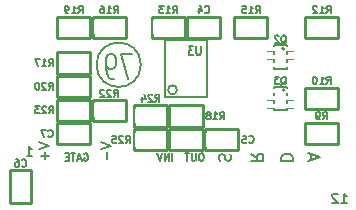
<source format=gbo>
%FSLAX46Y46*%
G04 Gerber Fmt 4.6, Leading zero omitted, Abs format (unit mm)*
G04 Created by KiCad (PCBNEW (2014-09-02 BZR 5112)-product) date 2015-01-28 2:30:08 PM*
%MOMM*%
G01*
G04 APERTURE LIST*
%ADD10C,0.150000*%
%ADD11C,0.152400*%
%ADD12C,0.200000*%
%ADD13C,0.203200*%
%ADD14C,0.190500*%
%ADD15C,0.066040*%
%ADD16C,0.254000*%
%ADD17C,0.158750*%
%ADD18C,0.160020*%
%ADD19R,1.300480X0.299720*%
%ADD20R,0.797560X0.398780*%
%ADD21R,0.812800X1.143000*%
%ADD22R,1.143000X0.812800*%
%ADD23R,1.350000X3.500000*%
G04 APERTURE END LIST*
D10*
D11*
X126654819Y-93867695D02*
X127119276Y-93867695D01*
X126887047Y-93867695D02*
X126887047Y-93054895D01*
X126964457Y-93171010D01*
X127041866Y-93248419D01*
X127119276Y-93287124D01*
X126345181Y-93132305D02*
X126306476Y-93093600D01*
X126229067Y-93054895D01*
X126035543Y-93054895D01*
X125958133Y-93093600D01*
X125919429Y-93132305D01*
X125880724Y-93209714D01*
X125880724Y-93287124D01*
X125919429Y-93403238D01*
X126383886Y-93867695D01*
X125880724Y-93867695D01*
X100017771Y-89867695D02*
X100482228Y-89867695D01*
X100249999Y-89867695D02*
X100249999Y-89054895D01*
X100327409Y-89171010D01*
X100404818Y-89248419D01*
X100482228Y-89287124D01*
D12*
X109676832Y-82150000D02*
G75*
G03X109676832Y-82150000I-1876832J0D01*
G74*
G01*
D11*
X112330571Y-90275771D02*
X112330571Y-89666171D01*
X112040285Y-90275771D02*
X112040285Y-89666171D01*
X111691942Y-90275771D01*
X111691942Y-89666171D01*
X111488742Y-89666171D02*
X111285542Y-90275771D01*
X111082342Y-89666171D01*
D13*
X108930905Y-81252464D02*
X107999571Y-81252464D01*
X108598286Y-83347964D01*
X107400857Y-83347964D02*
X107134762Y-83347964D01*
X107001714Y-83248179D01*
X106935190Y-83148393D01*
X106802143Y-82849036D01*
X106735619Y-82449893D01*
X106735619Y-81651607D01*
X106802143Y-81452036D01*
X106868667Y-81352250D01*
X107001714Y-81252464D01*
X107267810Y-81252464D01*
X107400857Y-81352250D01*
X107467381Y-81452036D01*
X107533905Y-81651607D01*
X107533905Y-82150536D01*
X107467381Y-82350107D01*
X107400857Y-82449893D01*
X107267810Y-82549679D01*
X107001714Y-82549679D01*
X106868667Y-82449893D01*
X106802143Y-82350107D01*
X106735619Y-82150536D01*
D11*
X101054895Y-88725905D02*
X101867695Y-88996838D01*
X101054895Y-89267771D01*
X101558057Y-89538705D02*
X101558057Y-90157981D01*
X101867695Y-89848343D02*
X101248419Y-89848343D01*
X106304895Y-88725905D02*
X107117695Y-88996838D01*
X106304895Y-89267771D01*
X106808057Y-89538705D02*
X106808057Y-90157981D01*
X114859600Y-89666171D02*
X114743486Y-89666171D01*
X114685428Y-89695200D01*
X114627371Y-89753257D01*
X114598343Y-89869371D01*
X114598343Y-90072571D01*
X114627371Y-90188686D01*
X114685428Y-90246743D01*
X114743486Y-90275771D01*
X114859600Y-90275771D01*
X114917657Y-90246743D01*
X114975714Y-90188686D01*
X115004743Y-90072571D01*
X115004743Y-89869371D01*
X114975714Y-89753257D01*
X114917657Y-89695200D01*
X114859600Y-89666171D01*
X114337085Y-89666171D02*
X114337085Y-90159657D01*
X114308057Y-90217714D01*
X114279028Y-90246743D01*
X114220971Y-90275771D01*
X114104857Y-90275771D01*
X114046799Y-90246743D01*
X114017771Y-90217714D01*
X113988742Y-90159657D01*
X113988742Y-89666171D01*
X113785542Y-89666171D02*
X113437199Y-89666171D01*
X113611370Y-90275771D02*
X113611370Y-89666171D01*
X104859600Y-89695200D02*
X104917657Y-89666171D01*
X105004743Y-89666171D01*
X105091828Y-89695200D01*
X105149886Y-89753257D01*
X105178914Y-89811314D01*
X105207943Y-89927429D01*
X105207943Y-90014514D01*
X105178914Y-90130629D01*
X105149886Y-90188686D01*
X105091828Y-90246743D01*
X105004743Y-90275771D01*
X104946686Y-90275771D01*
X104859600Y-90246743D01*
X104830571Y-90217714D01*
X104830571Y-90014514D01*
X104946686Y-90014514D01*
X104598343Y-90101600D02*
X104308057Y-90101600D01*
X104656400Y-90275771D02*
X104453200Y-89666171D01*
X104250000Y-90275771D01*
X104133886Y-89666171D02*
X103785543Y-89666171D01*
X103959714Y-90275771D02*
X103959714Y-89666171D01*
X103582343Y-89956457D02*
X103379143Y-89956457D01*
X103292057Y-90275771D02*
X103582343Y-90275771D01*
X103582343Y-89666171D01*
X103292057Y-89666171D01*
D14*
X124080667Y-90241904D02*
X124080667Y-89758095D01*
X123790381Y-90338666D02*
X124806381Y-89999999D01*
X123790381Y-89661333D01*
X119040381Y-89685524D02*
X119524190Y-90024190D01*
X119040381Y-90266095D02*
X120056381Y-90266095D01*
X120056381Y-89879048D01*
X120008000Y-89782286D01*
X119959619Y-89733905D01*
X119862857Y-89685524D01*
X119717714Y-89685524D01*
X119620952Y-89733905D01*
X119572571Y-89782286D01*
X119524190Y-89879048D01*
X119524190Y-90266095D01*
X116338762Y-90290285D02*
X116290381Y-90145142D01*
X116290381Y-89903238D01*
X116338762Y-89806476D01*
X116387143Y-89758095D01*
X116483905Y-89709714D01*
X116580667Y-89709714D01*
X116677429Y-89758095D01*
X116725810Y-89806476D01*
X116774190Y-89903238D01*
X116822571Y-90096761D01*
X116870952Y-90193523D01*
X116919333Y-90241904D01*
X117016095Y-90290285D01*
X117112857Y-90290285D01*
X117209619Y-90241904D01*
X117258000Y-90193523D01*
X117306381Y-90096761D01*
X117306381Y-89854857D01*
X117258000Y-89709714D01*
X121540381Y-90266095D02*
X122556381Y-90266095D01*
X122556381Y-90024190D01*
X122508000Y-89879048D01*
X122411238Y-89782286D01*
X122314476Y-89733905D01*
X122120952Y-89685524D01*
X121975810Y-89685524D01*
X121782286Y-89733905D01*
X121685524Y-89782286D01*
X121588762Y-89879048D01*
X121540381Y-90024190D01*
X121540381Y-90266095D01*
D13*
X115278000Y-84913000D02*
X115278000Y-80087000D01*
X115278000Y-80087000D02*
X111722000Y-80087000D01*
X111722000Y-80087000D02*
X111722000Y-84913000D01*
X111722000Y-84913000D02*
X115278000Y-84913000D01*
X112738000Y-84278000D02*
G75*
G03X112738000Y-84278000I-381000J0D01*
G74*
G01*
D15*
X122599820Y-84202440D02*
X122599820Y-84502160D01*
X122599820Y-84502160D02*
X122099440Y-84502160D01*
X122099440Y-84202440D02*
X122099440Y-84502160D01*
X122599820Y-84202440D02*
X122099440Y-84202440D01*
X122599820Y-84850140D02*
X122599820Y-85149860D01*
X122599820Y-85149860D02*
X122099440Y-85149860D01*
X122099440Y-84850140D02*
X122099440Y-85149860D01*
X122599820Y-84850140D02*
X122099440Y-84850140D01*
X122599820Y-85497840D02*
X122599820Y-85797560D01*
X122599820Y-85797560D02*
X122099440Y-85797560D01*
X122099440Y-85497840D02*
X122099440Y-85797560D01*
X122599820Y-85497840D02*
X122099440Y-85497840D01*
X120900560Y-85497840D02*
X120900560Y-85797560D01*
X120900560Y-85797560D02*
X120400180Y-85797560D01*
X120400180Y-85497840D02*
X120400180Y-85797560D01*
X120900560Y-85497840D02*
X120400180Y-85497840D01*
X120900560Y-84850140D02*
X120900560Y-85149860D01*
X120900560Y-85149860D02*
X120400180Y-85149860D01*
X120400180Y-84850140D02*
X120400180Y-85149860D01*
X120900560Y-84850140D02*
X120400180Y-84850140D01*
X120900560Y-84202440D02*
X120900560Y-84502160D01*
X120900560Y-84502160D02*
X120400180Y-84502160D01*
X120400180Y-84202440D02*
X120400180Y-84502160D01*
X120900560Y-84202440D02*
X120400180Y-84202440D01*
D13*
X120951360Y-84001780D02*
X120951360Y-85998220D01*
X120951360Y-85998220D02*
X122048640Y-85998220D01*
X122048640Y-85998220D02*
X122048640Y-84001780D01*
X122048640Y-84001780D02*
X120951360Y-84001780D01*
D11*
X121853091Y-84301500D02*
G75*
G03X121853091Y-84301500I-104171J0D01*
G74*
G01*
D15*
X122599820Y-80702440D02*
X122599820Y-81002160D01*
X122599820Y-81002160D02*
X122099440Y-81002160D01*
X122099440Y-80702440D02*
X122099440Y-81002160D01*
X122599820Y-80702440D02*
X122099440Y-80702440D01*
X122599820Y-81350140D02*
X122599820Y-81649860D01*
X122599820Y-81649860D02*
X122099440Y-81649860D01*
X122099440Y-81350140D02*
X122099440Y-81649860D01*
X122599820Y-81350140D02*
X122099440Y-81350140D01*
X122599820Y-81997840D02*
X122599820Y-82297560D01*
X122599820Y-82297560D02*
X122099440Y-82297560D01*
X122099440Y-81997840D02*
X122099440Y-82297560D01*
X122599820Y-81997840D02*
X122099440Y-81997840D01*
X120900560Y-81997840D02*
X120900560Y-82297560D01*
X120900560Y-82297560D02*
X120400180Y-82297560D01*
X120400180Y-81997840D02*
X120400180Y-82297560D01*
X120900560Y-81997840D02*
X120400180Y-81997840D01*
X120900560Y-81350140D02*
X120900560Y-81649860D01*
X120900560Y-81649860D02*
X120400180Y-81649860D01*
X120400180Y-81350140D02*
X120400180Y-81649860D01*
X120900560Y-81350140D02*
X120400180Y-81350140D01*
X120900560Y-80702440D02*
X120900560Y-81002160D01*
X120900560Y-81002160D02*
X120400180Y-81002160D01*
X120400180Y-80702440D02*
X120400180Y-81002160D01*
X120900560Y-80702440D02*
X120400180Y-80702440D01*
D13*
X120951360Y-80501780D02*
X120951360Y-82498220D01*
X120951360Y-82498220D02*
X122048640Y-82498220D01*
X122048640Y-82498220D02*
X122048640Y-80501780D01*
X122048640Y-80501780D02*
X120951360Y-80501780D01*
D11*
X121853091Y-80801500D02*
G75*
G03X121853091Y-80801500I-104171J0D01*
G74*
G01*
D16*
X126400000Y-88900000D02*
X123600000Y-88900000D01*
X123600000Y-88900000D02*
X123600000Y-87100000D01*
X123600000Y-87100000D02*
X126400000Y-87100000D01*
X126400000Y-87100000D02*
X126400000Y-88900000D01*
X114900000Y-87400000D02*
X112100000Y-87400000D01*
X112100000Y-87400000D02*
X112100000Y-85600000D01*
X112100000Y-85600000D02*
X114900000Y-85600000D01*
X114900000Y-85600000D02*
X114900000Y-87400000D01*
X126400000Y-85900000D02*
X123600000Y-85900000D01*
X123600000Y-85900000D02*
X123600000Y-84100000D01*
X123600000Y-84100000D02*
X126400000Y-84100000D01*
X126400000Y-84100000D02*
X126400000Y-85900000D01*
X126400000Y-79900000D02*
X123600000Y-79900000D01*
X123600000Y-79900000D02*
X123600000Y-78100000D01*
X123600000Y-78100000D02*
X126400000Y-78100000D01*
X126400000Y-78100000D02*
X126400000Y-79900000D01*
X114900000Y-89400000D02*
X112100000Y-89400000D01*
X112100000Y-89400000D02*
X112100000Y-87600000D01*
X112100000Y-87600000D02*
X114900000Y-87600000D01*
X114900000Y-87600000D02*
X114900000Y-89400000D01*
X115100000Y-87600000D02*
X117900000Y-87600000D01*
X117900000Y-87600000D02*
X117900000Y-89400000D01*
X117900000Y-89400000D02*
X115100000Y-89400000D01*
X115100000Y-89400000D02*
X115100000Y-87600000D01*
X117600000Y-78100000D02*
X120400000Y-78100000D01*
X120400000Y-78100000D02*
X120400000Y-79900000D01*
X120400000Y-79900000D02*
X117600000Y-79900000D01*
X117600000Y-79900000D02*
X117600000Y-78100000D01*
X108400000Y-79900000D02*
X105600000Y-79900000D01*
X105600000Y-79900000D02*
X105600000Y-78100000D01*
X105600000Y-78100000D02*
X108400000Y-78100000D01*
X108400000Y-78100000D02*
X108400000Y-79900000D01*
X102600000Y-81100000D02*
X105400000Y-81100000D01*
X105400000Y-81100000D02*
X105400000Y-82900000D01*
X105400000Y-82900000D02*
X102600000Y-82900000D01*
X102600000Y-82900000D02*
X102600000Y-81100000D01*
X105400000Y-84900000D02*
X102600000Y-84900000D01*
X102600000Y-84900000D02*
X102600000Y-83100000D01*
X102600000Y-83100000D02*
X105400000Y-83100000D01*
X105400000Y-83100000D02*
X105400000Y-84900000D01*
X105400000Y-79900000D02*
X102600000Y-79900000D01*
X102600000Y-79900000D02*
X102600000Y-78100000D01*
X102600000Y-78100000D02*
X105400000Y-78100000D01*
X105400000Y-78100000D02*
X105400000Y-79900000D01*
X113400000Y-79900000D02*
X110600000Y-79900000D01*
X110600000Y-79900000D02*
X110600000Y-78100000D01*
X110600000Y-78100000D02*
X113400000Y-78100000D01*
X113400000Y-78100000D02*
X113400000Y-79900000D01*
X116400000Y-79900000D02*
X113600000Y-79900000D01*
X113600000Y-79900000D02*
X113600000Y-78100000D01*
X113600000Y-78100000D02*
X116400000Y-78100000D01*
X116400000Y-78100000D02*
X116400000Y-79900000D01*
X98600000Y-93900000D02*
X98600000Y-91100000D01*
X98600000Y-91100000D02*
X100400000Y-91100000D01*
X100400000Y-91100000D02*
X100400000Y-93900000D01*
X100400000Y-93900000D02*
X98600000Y-93900000D01*
X102600000Y-87100000D02*
X105400000Y-87100000D01*
X105400000Y-87100000D02*
X105400000Y-88900000D01*
X105400000Y-88900000D02*
X102600000Y-88900000D01*
X102600000Y-88900000D02*
X102600000Y-87100000D01*
X111900000Y-87400000D02*
X109100000Y-87400000D01*
X109100000Y-87400000D02*
X109100000Y-85600000D01*
X109100000Y-85600000D02*
X111900000Y-85600000D01*
X111900000Y-85600000D02*
X111900000Y-87400000D01*
X102600000Y-85100000D02*
X105400000Y-85100000D01*
X105400000Y-85100000D02*
X105400000Y-86900000D01*
X105400000Y-86900000D02*
X102600000Y-86900000D01*
X102600000Y-86900000D02*
X102600000Y-85100000D01*
X108400000Y-86900000D02*
X105600000Y-86900000D01*
X105600000Y-86900000D02*
X105600000Y-85100000D01*
X105600000Y-85100000D02*
X108400000Y-85100000D01*
X108400000Y-85100000D02*
X108400000Y-86900000D01*
X109100000Y-87600000D02*
X111900000Y-87600000D01*
X111900000Y-87600000D02*
X111900000Y-89400000D01*
X111900000Y-89400000D02*
X109100000Y-89400000D01*
X109100000Y-89400000D02*
X109100000Y-87600000D01*
D17*
X114733810Y-80582714D02*
X114733810Y-81199571D01*
X114703571Y-81272143D01*
X114673333Y-81308429D01*
X114612857Y-81344714D01*
X114491905Y-81344714D01*
X114431429Y-81308429D01*
X114401190Y-81272143D01*
X114370952Y-81199571D01*
X114370952Y-80582714D01*
X114129048Y-80582714D02*
X113735952Y-80582714D01*
X113947619Y-80873000D01*
X113856905Y-80873000D01*
X113796429Y-80909286D01*
X113766191Y-80945571D01*
X113735952Y-81018143D01*
X113735952Y-81199571D01*
X113766191Y-81272143D01*
X113796429Y-81308429D01*
X113856905Y-81344714D01*
X114038333Y-81344714D01*
X114098810Y-81308429D01*
X114129048Y-81272143D01*
D18*
D11*
X121558057Y-83833829D02*
X121616114Y-83804800D01*
X121674171Y-83746743D01*
X121761257Y-83659657D01*
X121819314Y-83630629D01*
X121877371Y-83630629D01*
X121848343Y-83775771D02*
X121906400Y-83746743D01*
X121964457Y-83688686D01*
X121993486Y-83572571D01*
X121993486Y-83369371D01*
X121964457Y-83253257D01*
X121906400Y-83195200D01*
X121848343Y-83166171D01*
X121732229Y-83166171D01*
X121674171Y-83195200D01*
X121616114Y-83253257D01*
X121587086Y-83369371D01*
X121587086Y-83572571D01*
X121616114Y-83688686D01*
X121674171Y-83746743D01*
X121732229Y-83775771D01*
X121848343Y-83775771D01*
X121383885Y-83166171D02*
X121006514Y-83166171D01*
X121209714Y-83398400D01*
X121122628Y-83398400D01*
X121064571Y-83427429D01*
X121035542Y-83456457D01*
X121006514Y-83514514D01*
X121006514Y-83659657D01*
X121035542Y-83717714D01*
X121064571Y-83746743D01*
X121122628Y-83775771D01*
X121296800Y-83775771D01*
X121354857Y-83746743D01*
X121383885Y-83717714D01*
X121558057Y-80333829D02*
X121616114Y-80304800D01*
X121674171Y-80246743D01*
X121761257Y-80159657D01*
X121819314Y-80130629D01*
X121877371Y-80130629D01*
X121848343Y-80275771D02*
X121906400Y-80246743D01*
X121964457Y-80188686D01*
X121993486Y-80072571D01*
X121993486Y-79869371D01*
X121964457Y-79753257D01*
X121906400Y-79695200D01*
X121848343Y-79666171D01*
X121732229Y-79666171D01*
X121674171Y-79695200D01*
X121616114Y-79753257D01*
X121587086Y-79869371D01*
X121587086Y-80072571D01*
X121616114Y-80188686D01*
X121674171Y-80246743D01*
X121732229Y-80275771D01*
X121848343Y-80275771D01*
X121354857Y-79724229D02*
X121325828Y-79695200D01*
X121267771Y-79666171D01*
X121122628Y-79666171D01*
X121064571Y-79695200D01*
X121035542Y-79724229D01*
X121006514Y-79782286D01*
X121006514Y-79840343D01*
X121035542Y-79927429D01*
X121383885Y-80275771D01*
X121006514Y-80275771D01*
X125101599Y-86775771D02*
X125304799Y-86485486D01*
X125449942Y-86775771D02*
X125449942Y-86166171D01*
X125217714Y-86166171D01*
X125159656Y-86195200D01*
X125130628Y-86224229D01*
X125101599Y-86282286D01*
X125101599Y-86369371D01*
X125130628Y-86427429D01*
X125159656Y-86456457D01*
X125217714Y-86485486D01*
X125449942Y-86485486D01*
X124811314Y-86775771D02*
X124695199Y-86775771D01*
X124637142Y-86746743D01*
X124608114Y-86717714D01*
X124550056Y-86630629D01*
X124521028Y-86514514D01*
X124521028Y-86282286D01*
X124550056Y-86224229D01*
X124579085Y-86195200D01*
X124637142Y-86166171D01*
X124753256Y-86166171D01*
X124811314Y-86195200D01*
X124840342Y-86224229D01*
X124869371Y-86282286D01*
X124869371Y-86427429D01*
X124840342Y-86485486D01*
X124811314Y-86514514D01*
X124753256Y-86543543D01*
X124637142Y-86543543D01*
X124579085Y-86514514D01*
X124550056Y-86485486D01*
X124521028Y-86427429D01*
X116391885Y-86775771D02*
X116595085Y-86485486D01*
X116740228Y-86775771D02*
X116740228Y-86166171D01*
X116508000Y-86166171D01*
X116449942Y-86195200D01*
X116420914Y-86224229D01*
X116391885Y-86282286D01*
X116391885Y-86369371D01*
X116420914Y-86427429D01*
X116449942Y-86456457D01*
X116508000Y-86485486D01*
X116740228Y-86485486D01*
X115811314Y-86775771D02*
X116159657Y-86775771D01*
X115985485Y-86775771D02*
X115985485Y-86166171D01*
X116043542Y-86253257D01*
X116101600Y-86311314D01*
X116159657Y-86340343D01*
X115462971Y-86427429D02*
X115521029Y-86398400D01*
X115550057Y-86369371D01*
X115579086Y-86311314D01*
X115579086Y-86282286D01*
X115550057Y-86224229D01*
X115521029Y-86195200D01*
X115462971Y-86166171D01*
X115346857Y-86166171D01*
X115288800Y-86195200D01*
X115259771Y-86224229D01*
X115230743Y-86282286D01*
X115230743Y-86311314D01*
X115259771Y-86369371D01*
X115288800Y-86398400D01*
X115346857Y-86427429D01*
X115462971Y-86427429D01*
X115521029Y-86456457D01*
X115550057Y-86485486D01*
X115579086Y-86543543D01*
X115579086Y-86659657D01*
X115550057Y-86717714D01*
X115521029Y-86746743D01*
X115462971Y-86775771D01*
X115346857Y-86775771D01*
X115288800Y-86746743D01*
X115259771Y-86717714D01*
X115230743Y-86659657D01*
X115230743Y-86543543D01*
X115259771Y-86485486D01*
X115288800Y-86456457D01*
X115346857Y-86427429D01*
X125391885Y-83775771D02*
X125595085Y-83485486D01*
X125740228Y-83775771D02*
X125740228Y-83166171D01*
X125508000Y-83166171D01*
X125449942Y-83195200D01*
X125420914Y-83224229D01*
X125391885Y-83282286D01*
X125391885Y-83369371D01*
X125420914Y-83427429D01*
X125449942Y-83456457D01*
X125508000Y-83485486D01*
X125740228Y-83485486D01*
X124811314Y-83775771D02*
X125159657Y-83775771D01*
X124985485Y-83775771D02*
X124985485Y-83166171D01*
X125043542Y-83253257D01*
X125101600Y-83311314D01*
X125159657Y-83340343D01*
X124433943Y-83166171D02*
X124375886Y-83166171D01*
X124317829Y-83195200D01*
X124288800Y-83224229D01*
X124259771Y-83282286D01*
X124230743Y-83398400D01*
X124230743Y-83543543D01*
X124259771Y-83659657D01*
X124288800Y-83717714D01*
X124317829Y-83746743D01*
X124375886Y-83775771D01*
X124433943Y-83775771D01*
X124492000Y-83746743D01*
X124521029Y-83717714D01*
X124550057Y-83659657D01*
X124579086Y-83543543D01*
X124579086Y-83398400D01*
X124550057Y-83282286D01*
X124521029Y-83224229D01*
X124492000Y-83195200D01*
X124433943Y-83166171D01*
X125391885Y-77775771D02*
X125595085Y-77485486D01*
X125740228Y-77775771D02*
X125740228Y-77166171D01*
X125508000Y-77166171D01*
X125449942Y-77195200D01*
X125420914Y-77224229D01*
X125391885Y-77282286D01*
X125391885Y-77369371D01*
X125420914Y-77427429D01*
X125449942Y-77456457D01*
X125508000Y-77485486D01*
X125740228Y-77485486D01*
X124811314Y-77775771D02*
X125159657Y-77775771D01*
X124985485Y-77775771D02*
X124985485Y-77166171D01*
X125043542Y-77253257D01*
X125101600Y-77311314D01*
X125159657Y-77340343D01*
X124579086Y-77224229D02*
X124550057Y-77195200D01*
X124492000Y-77166171D01*
X124346857Y-77166171D01*
X124288800Y-77195200D01*
X124259771Y-77224229D01*
X124230743Y-77282286D01*
X124230743Y-77340343D01*
X124259771Y-77427429D01*
X124608114Y-77775771D01*
X124230743Y-77775771D01*
X118851599Y-88717714D02*
X118880628Y-88746743D01*
X118967714Y-88775771D01*
X119025771Y-88775771D01*
X119112856Y-88746743D01*
X119170914Y-88688686D01*
X119199942Y-88630629D01*
X119228971Y-88514514D01*
X119228971Y-88427429D01*
X119199942Y-88311314D01*
X119170914Y-88253257D01*
X119112856Y-88195200D01*
X119025771Y-88166171D01*
X118967714Y-88166171D01*
X118880628Y-88195200D01*
X118851599Y-88224229D01*
X118300056Y-88166171D02*
X118590342Y-88166171D01*
X118619371Y-88456457D01*
X118590342Y-88427429D01*
X118532285Y-88398400D01*
X118387142Y-88398400D01*
X118329085Y-88427429D01*
X118300056Y-88456457D01*
X118271028Y-88514514D01*
X118271028Y-88659657D01*
X118300056Y-88717714D01*
X118329085Y-88746743D01*
X118387142Y-88775771D01*
X118532285Y-88775771D01*
X118590342Y-88746743D01*
X118619371Y-88717714D01*
X119391885Y-77775771D02*
X119595085Y-77485486D01*
X119740228Y-77775771D02*
X119740228Y-77166171D01*
X119508000Y-77166171D01*
X119449942Y-77195200D01*
X119420914Y-77224229D01*
X119391885Y-77282286D01*
X119391885Y-77369371D01*
X119420914Y-77427429D01*
X119449942Y-77456457D01*
X119508000Y-77485486D01*
X119740228Y-77485486D01*
X118811314Y-77775771D02*
X119159657Y-77775771D01*
X118985485Y-77775771D02*
X118985485Y-77166171D01*
X119043542Y-77253257D01*
X119101600Y-77311314D01*
X119159657Y-77340343D01*
X118259771Y-77166171D02*
X118550057Y-77166171D01*
X118579086Y-77456457D01*
X118550057Y-77427429D01*
X118492000Y-77398400D01*
X118346857Y-77398400D01*
X118288800Y-77427429D01*
X118259771Y-77456457D01*
X118230743Y-77514514D01*
X118230743Y-77659657D01*
X118259771Y-77717714D01*
X118288800Y-77746743D01*
X118346857Y-77775771D01*
X118492000Y-77775771D01*
X118550057Y-77746743D01*
X118579086Y-77717714D01*
X107391885Y-77775771D02*
X107595085Y-77485486D01*
X107740228Y-77775771D02*
X107740228Y-77166171D01*
X107508000Y-77166171D01*
X107449942Y-77195200D01*
X107420914Y-77224229D01*
X107391885Y-77282286D01*
X107391885Y-77369371D01*
X107420914Y-77427429D01*
X107449942Y-77456457D01*
X107508000Y-77485486D01*
X107740228Y-77485486D01*
X106811314Y-77775771D02*
X107159657Y-77775771D01*
X106985485Y-77775771D02*
X106985485Y-77166171D01*
X107043542Y-77253257D01*
X107101600Y-77311314D01*
X107159657Y-77340343D01*
X106288800Y-77166171D02*
X106404914Y-77166171D01*
X106462971Y-77195200D01*
X106492000Y-77224229D01*
X106550057Y-77311314D01*
X106579086Y-77427429D01*
X106579086Y-77659657D01*
X106550057Y-77717714D01*
X106521029Y-77746743D01*
X106462971Y-77775771D01*
X106346857Y-77775771D01*
X106288800Y-77746743D01*
X106259771Y-77717714D01*
X106230743Y-77659657D01*
X106230743Y-77514514D01*
X106259771Y-77456457D01*
X106288800Y-77427429D01*
X106346857Y-77398400D01*
X106462971Y-77398400D01*
X106521029Y-77427429D01*
X106550057Y-77456457D01*
X106579086Y-77514514D01*
X101891885Y-82275771D02*
X102095085Y-81985486D01*
X102240228Y-82275771D02*
X102240228Y-81666171D01*
X102008000Y-81666171D01*
X101949942Y-81695200D01*
X101920914Y-81724229D01*
X101891885Y-81782286D01*
X101891885Y-81869371D01*
X101920914Y-81927429D01*
X101949942Y-81956457D01*
X102008000Y-81985486D01*
X102240228Y-81985486D01*
X101311314Y-82275771D02*
X101659657Y-82275771D01*
X101485485Y-82275771D02*
X101485485Y-81666171D01*
X101543542Y-81753257D01*
X101601600Y-81811314D01*
X101659657Y-81840343D01*
X101108114Y-81666171D02*
X100701714Y-81666171D01*
X100962971Y-82275771D01*
X101891885Y-84275771D02*
X102095085Y-83985486D01*
X102240228Y-84275771D02*
X102240228Y-83666171D01*
X102008000Y-83666171D01*
X101949942Y-83695200D01*
X101920914Y-83724229D01*
X101891885Y-83782286D01*
X101891885Y-83869371D01*
X101920914Y-83927429D01*
X101949942Y-83956457D01*
X102008000Y-83985486D01*
X102240228Y-83985486D01*
X101659657Y-83724229D02*
X101630628Y-83695200D01*
X101572571Y-83666171D01*
X101427428Y-83666171D01*
X101369371Y-83695200D01*
X101340342Y-83724229D01*
X101311314Y-83782286D01*
X101311314Y-83840343D01*
X101340342Y-83927429D01*
X101688685Y-84275771D01*
X101311314Y-84275771D01*
X100933943Y-83666171D02*
X100875886Y-83666171D01*
X100817829Y-83695200D01*
X100788800Y-83724229D01*
X100759771Y-83782286D01*
X100730743Y-83898400D01*
X100730743Y-84043543D01*
X100759771Y-84159657D01*
X100788800Y-84217714D01*
X100817829Y-84246743D01*
X100875886Y-84275771D01*
X100933943Y-84275771D01*
X100992000Y-84246743D01*
X101021029Y-84217714D01*
X101050057Y-84159657D01*
X101079086Y-84043543D01*
X101079086Y-83898400D01*
X101050057Y-83782286D01*
X101021029Y-83724229D01*
X100992000Y-83695200D01*
X100933943Y-83666171D01*
X104391885Y-77775771D02*
X104595085Y-77485486D01*
X104740228Y-77775771D02*
X104740228Y-77166171D01*
X104508000Y-77166171D01*
X104449942Y-77195200D01*
X104420914Y-77224229D01*
X104391885Y-77282286D01*
X104391885Y-77369371D01*
X104420914Y-77427429D01*
X104449942Y-77456457D01*
X104508000Y-77485486D01*
X104740228Y-77485486D01*
X103811314Y-77775771D02*
X104159657Y-77775771D01*
X103985485Y-77775771D02*
X103985485Y-77166171D01*
X104043542Y-77253257D01*
X104101600Y-77311314D01*
X104159657Y-77340343D01*
X103521029Y-77775771D02*
X103404914Y-77775771D01*
X103346857Y-77746743D01*
X103317829Y-77717714D01*
X103259771Y-77630629D01*
X103230743Y-77514514D01*
X103230743Y-77282286D01*
X103259771Y-77224229D01*
X103288800Y-77195200D01*
X103346857Y-77166171D01*
X103462971Y-77166171D01*
X103521029Y-77195200D01*
X103550057Y-77224229D01*
X103579086Y-77282286D01*
X103579086Y-77427429D01*
X103550057Y-77485486D01*
X103521029Y-77514514D01*
X103462971Y-77543543D01*
X103346857Y-77543543D01*
X103288800Y-77514514D01*
X103259771Y-77485486D01*
X103230743Y-77427429D01*
X112391885Y-77775771D02*
X112595085Y-77485486D01*
X112740228Y-77775771D02*
X112740228Y-77166171D01*
X112508000Y-77166171D01*
X112449942Y-77195200D01*
X112420914Y-77224229D01*
X112391885Y-77282286D01*
X112391885Y-77369371D01*
X112420914Y-77427429D01*
X112449942Y-77456457D01*
X112508000Y-77485486D01*
X112740228Y-77485486D01*
X111811314Y-77775771D02*
X112159657Y-77775771D01*
X111985485Y-77775771D02*
X111985485Y-77166171D01*
X112043542Y-77253257D01*
X112101600Y-77311314D01*
X112159657Y-77340343D01*
X111608114Y-77166171D02*
X111230743Y-77166171D01*
X111433943Y-77398400D01*
X111346857Y-77398400D01*
X111288800Y-77427429D01*
X111259771Y-77456457D01*
X111230743Y-77514514D01*
X111230743Y-77659657D01*
X111259771Y-77717714D01*
X111288800Y-77746743D01*
X111346857Y-77775771D01*
X111521029Y-77775771D01*
X111579086Y-77746743D01*
X111608114Y-77717714D01*
X115101599Y-77717714D02*
X115130628Y-77746743D01*
X115217714Y-77775771D01*
X115275771Y-77775771D01*
X115362856Y-77746743D01*
X115420914Y-77688686D01*
X115449942Y-77630629D01*
X115478971Y-77514514D01*
X115478971Y-77427429D01*
X115449942Y-77311314D01*
X115420914Y-77253257D01*
X115362856Y-77195200D01*
X115275771Y-77166171D01*
X115217714Y-77166171D01*
X115130628Y-77195200D01*
X115101599Y-77224229D01*
X114579085Y-77369371D02*
X114579085Y-77775771D01*
X114724228Y-77137143D02*
X114869371Y-77572571D01*
X114491999Y-77572571D01*
X99601599Y-90717714D02*
X99630628Y-90746743D01*
X99717714Y-90775771D01*
X99775771Y-90775771D01*
X99862856Y-90746743D01*
X99920914Y-90688686D01*
X99949942Y-90630629D01*
X99978971Y-90514514D01*
X99978971Y-90427429D01*
X99949942Y-90311314D01*
X99920914Y-90253257D01*
X99862856Y-90195200D01*
X99775771Y-90166171D01*
X99717714Y-90166171D01*
X99630628Y-90195200D01*
X99601599Y-90224229D01*
X99079085Y-90166171D02*
X99195199Y-90166171D01*
X99253256Y-90195200D01*
X99282285Y-90224229D01*
X99340342Y-90311314D01*
X99369371Y-90427429D01*
X99369371Y-90659657D01*
X99340342Y-90717714D01*
X99311314Y-90746743D01*
X99253256Y-90775771D01*
X99137142Y-90775771D01*
X99079085Y-90746743D01*
X99050056Y-90717714D01*
X99021028Y-90659657D01*
X99021028Y-90514514D01*
X99050056Y-90456457D01*
X99079085Y-90427429D01*
X99137142Y-90398400D01*
X99253256Y-90398400D01*
X99311314Y-90427429D01*
X99340342Y-90456457D01*
X99369371Y-90514514D01*
X101851599Y-88217714D02*
X101880628Y-88246743D01*
X101967714Y-88275771D01*
X102025771Y-88275771D01*
X102112856Y-88246743D01*
X102170914Y-88188686D01*
X102199942Y-88130629D01*
X102228971Y-88014514D01*
X102228971Y-87927429D01*
X102199942Y-87811314D01*
X102170914Y-87753257D01*
X102112856Y-87695200D01*
X102025771Y-87666171D01*
X101967714Y-87666171D01*
X101880628Y-87695200D01*
X101851599Y-87724229D01*
X101648399Y-87666171D02*
X101241999Y-87666171D01*
X101503256Y-88275771D01*
X110891885Y-85275771D02*
X111095085Y-84985486D01*
X111240228Y-85275771D02*
X111240228Y-84666171D01*
X111008000Y-84666171D01*
X110949942Y-84695200D01*
X110920914Y-84724229D01*
X110891885Y-84782286D01*
X110891885Y-84869371D01*
X110920914Y-84927429D01*
X110949942Y-84956457D01*
X111008000Y-84985486D01*
X111240228Y-84985486D01*
X110659657Y-84724229D02*
X110630628Y-84695200D01*
X110572571Y-84666171D01*
X110427428Y-84666171D01*
X110369371Y-84695200D01*
X110340342Y-84724229D01*
X110311314Y-84782286D01*
X110311314Y-84840343D01*
X110340342Y-84927429D01*
X110688685Y-85275771D01*
X110311314Y-85275771D01*
X109788800Y-84869371D02*
X109788800Y-85275771D01*
X109933943Y-84637143D02*
X110079086Y-85072571D01*
X109701714Y-85072571D01*
X101891885Y-86275771D02*
X102095085Y-85985486D01*
X102240228Y-86275771D02*
X102240228Y-85666171D01*
X102008000Y-85666171D01*
X101949942Y-85695200D01*
X101920914Y-85724229D01*
X101891885Y-85782286D01*
X101891885Y-85869371D01*
X101920914Y-85927429D01*
X101949942Y-85956457D01*
X102008000Y-85985486D01*
X102240228Y-85985486D01*
X101659657Y-85724229D02*
X101630628Y-85695200D01*
X101572571Y-85666171D01*
X101427428Y-85666171D01*
X101369371Y-85695200D01*
X101340342Y-85724229D01*
X101311314Y-85782286D01*
X101311314Y-85840343D01*
X101340342Y-85927429D01*
X101688685Y-86275771D01*
X101311314Y-86275771D01*
X101108114Y-85666171D02*
X100730743Y-85666171D01*
X100933943Y-85898400D01*
X100846857Y-85898400D01*
X100788800Y-85927429D01*
X100759771Y-85956457D01*
X100730743Y-86014514D01*
X100730743Y-86159657D01*
X100759771Y-86217714D01*
X100788800Y-86246743D01*
X100846857Y-86275771D01*
X101021029Y-86275771D01*
X101079086Y-86246743D01*
X101108114Y-86217714D01*
X107391885Y-84875771D02*
X107595085Y-84585486D01*
X107740228Y-84875771D02*
X107740228Y-84266171D01*
X107508000Y-84266171D01*
X107449942Y-84295200D01*
X107420914Y-84324229D01*
X107391885Y-84382286D01*
X107391885Y-84469371D01*
X107420914Y-84527429D01*
X107449942Y-84556457D01*
X107508000Y-84585486D01*
X107740228Y-84585486D01*
X107159657Y-84324229D02*
X107130628Y-84295200D01*
X107072571Y-84266171D01*
X106927428Y-84266171D01*
X106869371Y-84295200D01*
X106840342Y-84324229D01*
X106811314Y-84382286D01*
X106811314Y-84440343D01*
X106840342Y-84527429D01*
X107188685Y-84875771D01*
X106811314Y-84875771D01*
X106579086Y-84324229D02*
X106550057Y-84295200D01*
X106492000Y-84266171D01*
X106346857Y-84266171D01*
X106288800Y-84295200D01*
X106259771Y-84324229D01*
X106230743Y-84382286D01*
X106230743Y-84440343D01*
X106259771Y-84527429D01*
X106608114Y-84875771D01*
X106230743Y-84875771D01*
X108391885Y-88775771D02*
X108595085Y-88485486D01*
X108740228Y-88775771D02*
X108740228Y-88166171D01*
X108508000Y-88166171D01*
X108449942Y-88195200D01*
X108420914Y-88224229D01*
X108391885Y-88282286D01*
X108391885Y-88369371D01*
X108420914Y-88427429D01*
X108449942Y-88456457D01*
X108508000Y-88485486D01*
X108740228Y-88485486D01*
X108159657Y-88224229D02*
X108130628Y-88195200D01*
X108072571Y-88166171D01*
X107927428Y-88166171D01*
X107869371Y-88195200D01*
X107840342Y-88224229D01*
X107811314Y-88282286D01*
X107811314Y-88340343D01*
X107840342Y-88427429D01*
X108188685Y-88775771D01*
X107811314Y-88775771D01*
X107259771Y-88166171D02*
X107550057Y-88166171D01*
X107579086Y-88456457D01*
X107550057Y-88427429D01*
X107492000Y-88398400D01*
X107346857Y-88398400D01*
X107288800Y-88427429D01*
X107259771Y-88456457D01*
X107230743Y-88514514D01*
X107230743Y-88659657D01*
X107259771Y-88717714D01*
X107288800Y-88746743D01*
X107346857Y-88775771D01*
X107492000Y-88775771D01*
X107550057Y-88746743D01*
X107579086Y-88717714D01*
%LPC*%
D19*
X110706000Y-84430400D03*
X110706000Y-83795400D03*
X110706000Y-83135000D03*
X110706000Y-82500000D03*
X110706000Y-81839600D03*
X110706000Y-81191900D03*
X110706000Y-80544200D03*
X116294000Y-80544200D03*
X116294000Y-81191900D03*
X116294000Y-81839600D03*
X116294000Y-82500000D03*
X116294000Y-83147700D03*
X116294000Y-83795400D03*
X116294000Y-84443100D03*
D20*
X122297560Y-84352300D03*
X122297560Y-85000000D03*
X122297560Y-85647700D03*
X120702440Y-85647700D03*
X120702440Y-85000000D03*
X120702440Y-84352300D03*
X122297560Y-80852300D03*
X122297560Y-81500000D03*
X122297560Y-82147700D03*
X120702440Y-82147700D03*
X120702440Y-81500000D03*
X120702440Y-80852300D03*
D21*
X125850900Y-88000000D03*
X124149100Y-88000000D03*
X114350900Y-86500000D03*
X112649100Y-86500000D03*
X125850900Y-85000000D03*
X124149100Y-85000000D03*
X125850900Y-79000000D03*
X124149100Y-79000000D03*
X114350900Y-88500000D03*
X112649100Y-88500000D03*
X115649100Y-88500000D03*
X117350900Y-88500000D03*
X118149100Y-79000000D03*
X119850900Y-79000000D03*
X107850900Y-79000000D03*
X106149100Y-79000000D03*
X103149100Y-82000000D03*
X104850900Y-82000000D03*
X104850900Y-84000000D03*
X103149100Y-84000000D03*
X104850900Y-79000000D03*
X103149100Y-79000000D03*
X112850900Y-79000000D03*
X111149100Y-79000000D03*
X115850900Y-79000000D03*
X114149100Y-79000000D03*
D22*
X99500000Y-93350900D03*
X99500000Y-91649100D03*
D21*
X103149100Y-88000000D03*
X104850900Y-88000000D03*
X111350900Y-86500000D03*
X109649100Y-86500000D03*
X103149100Y-86000000D03*
X104850900Y-86000000D03*
X107850900Y-86000000D03*
X106149100Y-86000000D03*
X109649100Y-88500000D03*
X111350900Y-88500000D03*
D23*
X101570000Y-92500000D03*
X104110000Y-92500000D03*
X106650000Y-92500000D03*
X109190000Y-92500000D03*
X111730000Y-92500000D03*
X114270000Y-92500000D03*
X116810000Y-92500000D03*
X119350000Y-92500000D03*
X121890000Y-92500000D03*
X124430000Y-92500000D03*
M02*

</source>
